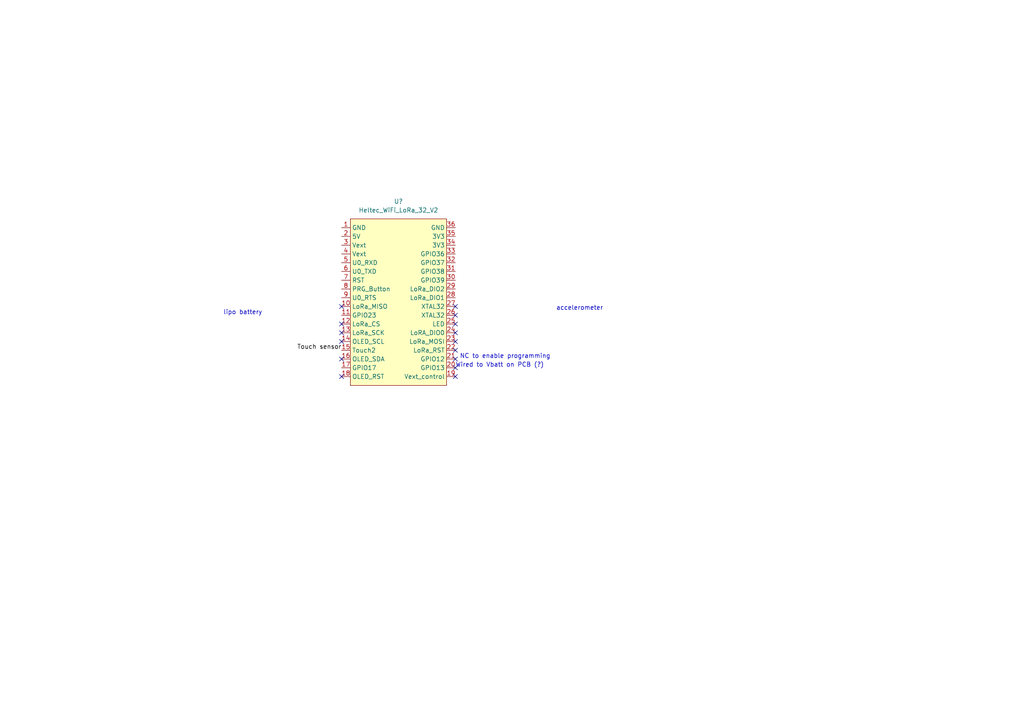
<source format=kicad_sch>
(kicad_sch (version 20211123) (generator eeschema)
  (paper "A4")
  (lib_symbols
    (symbol "enduro-libs:Heltec_WiFi_LoRa_32_V2"
      (property "Reference" "U" (at 0 25.4 0))
      (property "Value" "Heltec_WiFi_LoRa_32_V2" (at 0 22.86 0))
      (symbol "Heltec_WiFi_LoRa_32_V2_0_1"
        (rectangle (start -13.97 21.59) (end 13.97 -26.67) (fill (type background)))
      )
      (symbol "Heltec_WiFi_LoRa_32_V2_1_1"
        (pin bidirectional line (at -16.51 19.05 0) (length 2.54) (name "GND") (number "1"))
        (pin bidirectional line (at -16.51 -3.81 0) (length 2.54) (name "GPIO19") (number "10") (alternate "LoRa_MISO" bidirectional line))
        (pin bidirectional line (at -16.51 -6.35 0) (length 2.54) (name "GPIO23") (number "11"))
        (pin bidirectional line (at -16.51 -8.89 0) (length 2.54) (name "GPIO18") (number "12") (alternate "LoRa_CS" output line))
        (pin bidirectional line (at -16.51 -11.43 0) (length 2.54) (name "GPIO5") (number "13") (alternate "LoRa_SCK" bidirectional line))
        (pin bidirectional line (at -16.51 -13.97 0) (length 2.54) (name "GPIO15") (number "14") (alternate "OLED_SCL" output line))
        (pin bidirectional line (at -16.51 -16.51 0) (length 2.54) (name "GPIO2") (number "15") (alternate "Touch2" bidirectional line))
        (pin bidirectional line (at -16.51 -19.05 0) (length 2.54) (name "GPIO4") (number "16") (alternate "OLED_SDA" output line))
        (pin bidirectional line (at -16.51 -21.59 0) (length 2.54) (name "GPIO17") (number "17"))
        (pin bidirectional line (at -16.51 -24.13 0) (length 2.54) (name "GPIO16") (number "18") (alternate "OLED_RST" bidirectional line))
        (pin bidirectional line (at 16.51 -24.13 180) (length 2.54) (name "GPIO11") (number "19") (alternate "Vext control" input line))
        (pin bidirectional line (at -16.51 16.51 0) (length 2.54) (name "5V") (number "2"))
        (pin bidirectional line (at 16.51 -21.59 180) (length 2.54) (name "GPIO13") (number "20"))
        (pin bidirectional line (at 16.51 -19.05 180) (length 2.54) (name "GPIO12") (number "21"))
        (pin bidirectional line (at 16.51 -16.51 180) (length 2.54) (name "GPIO14") (number "22") (alternate "LoRa_RST" output line))
        (pin bidirectional line (at 16.51 -13.97 180) (length 2.54) (name "GPIO27") (number "23") (alternate "LoRa_MOSI" bidirectional line))
        (pin bidirectional line (at 16.51 -11.43 180) (length 2.54) (name "GPIO26") (number "24") (alternate "LoRA_DIO0" output line))
        (pin bidirectional line (at 16.51 -8.89 180) (length 2.54) (name "GPIO25") (number "25") (alternate "LED" output line))
        (pin bidirectional line (at 16.51 -6.35 180) (length 2.54) (name "GPIO33") (number "26") (alternate "XTAL32" input line))
        (pin bidirectional line (at 16.51 -3.81 180) (length 2.54) (name "GPIO32") (number "27") (alternate "XTAL32" input line))
        (pin bidirectional line (at 16.51 -1.27 180) (length 2.54) (name "GPIO35") (number "28") (alternate "LoRa DIO1" bidirectional line))
        (pin bidirectional line (at 16.51 1.27 180) (length 2.54) (name "GPIO34") (number "29") (alternate "LoRa DIO2" bidirectional line))
        (pin bidirectional line (at -16.51 13.97 0) (length 2.54) (name "Vext") (number "3"))
        (pin bidirectional line (at 16.51 3.81 180) (length 2.54) (name "GPIO39") (number "30"))
        (pin bidirectional line (at 16.51 6.35 180) (length 2.54) (name "GPIO38") (number "31"))
        (pin bidirectional line (at 16.51 8.89 180) (length 2.54) (name "GPIO37") (number "32"))
        (pin bidirectional line (at 16.51 11.43 180) (length 2.54) (name "GPIO36") (number "33"))
        (pin bidirectional line (at 16.51 13.97 180) (length 2.54) (name "3V3") (number "34"))
        (pin bidirectional line (at 16.51 16.51 180) (length 2.54) (name "3V3") (number "35"))
        (pin bidirectional line (at 16.51 19.05 180) (length 2.54) (name "GND") (number "36"))
        (pin bidirectional line (at -16.51 11.43 0) (length 2.54) (name "Vext") (number "4"))
        (pin bidirectional line (at -16.51 8.89 0) (length 2.54) (name "GPIO3") (number "5") (alternate "U0_RXD" input line))
        (pin bidirectional line (at -16.51 6.35 0) (length 2.54) (name "GPIO1") (number "6") (alternate "U0_TXD" input line))
        (pin input line (at -16.51 3.81 0) (length 2.54) (name "RST") (number "7"))
        (pin bidirectional line (at -16.51 1.27 0) (length 2.54) (name "GPIO0") (number "8") (alternate "PRG Button" input line))
        (pin bidirectional line (at -16.51 -1.27 0) (length 2.54) (name "GPIO22") (number "9") (alternate "U0_RTS" input line))
      )
    )
  )
  (no_connect (at 132.08 109.22))
  (no_connect (at 132.08 106.68))
  (no_connect (at 99.06 93.98))
  (no_connect (at 132.08 93.98))
  (no_connect (at 132.08 88.9))
  (no_connect (at 99.06 96.52))
  (no_connect (at 132.08 101.6))
  (no_connect (at 132.08 99.06))
  (no_connect (at 99.06 109.22))
  (no_connect (at 99.06 104.14))
  (no_connect (at 132.08 91.44))
  (no_connect (at 132.08 104.14))
  (no_connect (at 132.08 96.52))
  (no_connect (at 99.06 88.9))
  (no_connect (at 99.06 99.06))
  (text "accelerometer" (at 161.29 90.17 0) (effects (font (size 1.27 1.27)) (justify left bottom)))
  (text "lipo battery" (at 64.77 91.44 0) (effects (font (size 1.27 1.27)) (justify left bottom)))
  (text "Wired to Vbatt on PCB (?)" (at 132.08 106.68 0) (effects (font (size 1.27 1.27)) (justify left bottom)))
  (text "NC to enable programming" (at 133.35 104.14 0) (effects (font (size 1.27 1.27)) (justify left bottom)))
  (label "Touch sensor" (at 99.06 101.6 180))
  (symbol (lib_id "enduro-libs:Heltec_WiFi_LoRa_32_V2") (at 115.57 85.09 0) (unit 1)
    (property "Reference" "U?" (at 115.57 58.42 0))
    (property "Value" "Heltec_WiFi_LoRa_32_V2" (at 115.57 60.96 0))
    (pin "10" (alternate "LoRa_MISO"))
    (pin "12" (alternate "LoRa_CS"))
    (pin "13" (alternate "LoRa_SCK"))
    (pin "14" (alternate "OLED_SCL"))
    (pin "15" (alternate "Touch2"))
    (pin "16" (alternate "OLED_SDA"))
    (pin "18" (alternate "OLED_RST"))
    (pin "19" (alternate "Vext control"))
    (pin "22" (alternate "LoRa_RST"))
    (pin "23" (alternate "LoRa_MOSI"))
    (pin "24" (alternate "LoRA_DIO0"))
    (pin "25" (alternate "LED"))
    (pin "26" (alternate "XTAL32"))
    (pin "27" (alternate "XTAL32"))
    (pin "28" (alternate "LoRa DIO1"))
    (pin "29" (alternate "LoRa DIO2"))
    (pin "5" (alternate "U0_RXD"))
    (pin "6" (alternate "U0_TXD"))
    (pin "8" (alternate "PRG Button"))
    (pin "9" (alternate "U0_RTS"))
  )
)
</source>
